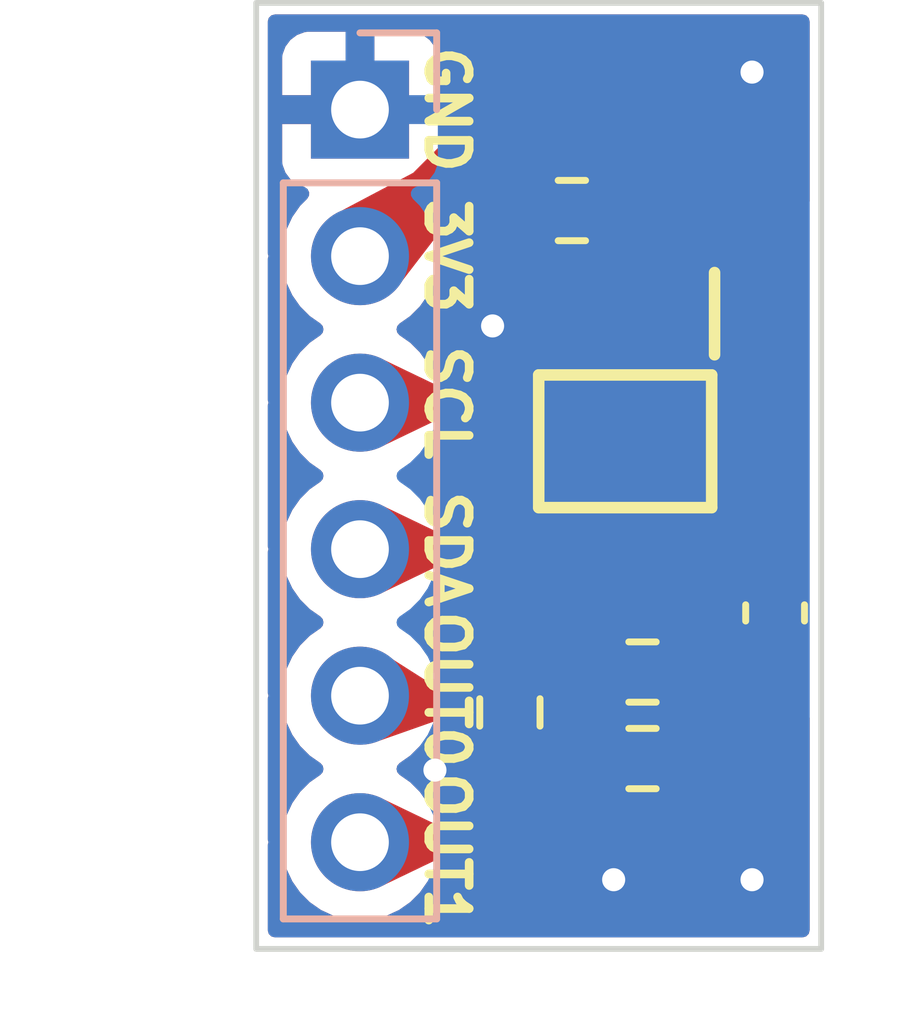
<source format=kicad_pcb>
(kicad_pcb (version 20221018) (generator pcbnew)
  (layers (0 "F.Cu" signal) (31 "B.Cu" signal) (34 "B.Paste" user) (35 "F.Paste" user) (36 "B.SilkS" user "B.Silkscreen") (37 "F.SilkS" user "F.Silkscreen") (38 "B.Mask" user) (39 "F.Mask" user) (44 "Edge.Cuts" user))
  (net 0 "")
  (net 1 "SDA")
  (net 2 "SCL")
  (net 3 "Net-(IC1-FS1)")
  (net 4 "GND")
  (net 5 "Net-(IC1-FS0)")
  (net 6 "OUT0")
  (net 7 "OUT1")
  (net 8 "+3V3")
  (footprint "Resistor_SMD:R_0603_1608Metric" (layer "F.Cu") (at 83.175 55.4 180)
    (fp_text reference "R1" hide)
    (fp_text value "43.2k")
    (fp_line (start -0.237258 -0.5225) (end 0.237258 -0.5225) (stroke (width 0.12)) (layer "F.SilkS"))
    (fp_line (start -0.237258 0.5225) (end 0.237258 0.5225) (stroke (width 0.12)) (layer "F.SilkS"))
    (pad "1" smd roundrect (at -0.825 0 180) (size 0.8 0.95) (layers "F.Cu" "F.Paste" "F.Mask") (net 3 "Net-(IC1-FS1)"))
    (pad "2" smd roundrect (at 0.825 0 180) (size 0.8 0.95) (layers "F.Cu" "F.Paste" "F.Mask") (net 4 "GND"))
  )
  (footprint "Capacitor_SMD:C_0603_1608Metric" (layer "F.Cu") (at 86.7 62.375 90)
    (fp_text reference "C1" hide)
    (fp_text value "100n")
    (fp_line (start -0.14058 -0.51) (end 0.14058 -0.51) (stroke (width 0.12)) (layer "F.SilkS"))
    (fp_line (start -0.14058 0.51) (end 0.14058 0.51) (stroke (width 0.12)) (layer "F.SilkS"))
    (pad "1" smd roundrect (at -0.775 0 90) (size 0.9 0.95) (layers "F.Cu" "F.Paste" "F.Mask") (net 4 "GND"))
    (pad "2" smd roundrect (at 0.775 0 90) (size 0.9 0.95) (layers "F.Cu" "F.Paste" "F.Mask") (net 8 "+3V3"))
  )
  (footprint "DS4432U+T&R:SOP65P490X110-8N" (layer "F.Cu") (at 84.1 59.4 -90)
    (fp_text reference "IC1" hide)
    (fp_text value "DS4432U+T&R" hide)
    (fp_line (start -2.925 -1.55) (end -1.5 -1.55) (stroke (width 0.2)) (layer "F.SilkS"))
    (fp_line (start -1.15 -1.5) (end 1.15 -1.5) (stroke (width 0.2)) (layer "F.SilkS"))
    (fp_line (start -1.15 1.5) (end -1.15 -1.5) (stroke (width 0.2)) (layer "F.SilkS"))
    (fp_line (start 1.15 -1.5) (end 1.15 1.5) (stroke (width 0.2)) (layer "F.SilkS"))
    (fp_line (start 1.15 1.5) (end -1.15 1.5) (stroke (width 0.2)) (layer "F.SilkS"))
    (pad "1" smd rect (at -2.212 -0.975) (size 0.45 1.425) (layers "F.Cu" "F.Paste" "F.Mask") (net 1 "SDA"))
    (pad "2" smd rect (at -2.212 -0.325) (size 0.45 1.425) (layers "F.Cu" "F.Paste" "F.Mask") (net 2 "SCL"))
    (pad "3" smd rect (at -2.212 0.325) (size 0.45 1.425) (layers "F.Cu" "F.Paste" "F.Mask") (net 3 "Net-(IC1-FS1)"))
    (pad "4" smd rect (at -2.212 0.975) (size 0.45 1.425) (layers "F.Cu" "F.Paste" "F.Mask") (net 4 "GND"))
    (pad "5" smd rect (at 2.212 0.975) (size 0.45 1.425) (layers "F.Cu" "F.Paste" "F.Mask") (net 5 "Net-(IC1-FS0)"))
    (pad "6" smd rect (at 2.212 0.325) (size 0.45 1.425) (layers "F.Cu" "F.Paste" "F.Mask") (net 6 "OUT0"))
    (pad "7" smd rect (at 2.212 -0.325) (size 0.45 1.425) (layers "F.Cu" "F.Paste" "F.Mask") (net 7 "OUT1"))
    (pad "8" smd rect (at 2.212 -0.975) (size 0.45 1.425) (layers "F.Cu" "F.Paste" "F.Mask") (net 8 "+3V3"))
  )
  (footprint "Resistor_SMD:R_0603_1608Metric" (layer "F.Cu") (at 84.4 64.9)
    (fp_text reference "R4" hide)
    (fp_text value "18k")
    (fp_line (start -0.237258 -0.5225) (end 0.237258 -0.5225) (stroke (width 0.12)) (layer "F.SilkS"))
    (fp_line (start -0.237258 0.5225) (end 0.237258 0.5225) (stroke (width 0.12)) (layer "F.SilkS"))
    (pad "1" smd roundrect (at -0.825 0) (size 0.8 0.95) (layers "F.Cu" "F.Paste" "F.Mask") (net 7 "OUT1"))
    (pad "2" smd roundrect (at 0.825 0) (size 0.8 0.95) (layers "F.Cu" "F.Paste" "F.Mask") (net 4 "GND"))
  )
  (footprint "Resistor_SMD:R_0603_1608Metric" (layer "F.Cu") (at 84.4 63.4)
    (fp_text reference "R3" hide)
    (fp_text value "18k")
    (fp_line (start -0.237258 -0.5225) (end 0.237258 -0.5225) (stroke (width 0.12)) (layer "F.SilkS"))
    (fp_line (start -0.237258 0.5225) (end 0.237258 0.5225) (stroke (width 0.12)) (layer "F.SilkS"))
    (pad "1" smd roundrect (at -0.825 0) (size 0.8 0.95) (layers "F.Cu" "F.Paste" "F.Mask") (net 6 "OUT0"))
    (pad "2" smd roundrect (at 0.825 0) (size 0.8 0.95) (layers "F.Cu" "F.Paste" "F.Mask") (net 4 "GND"))
  )
  (footprint "Resistor_SMD:R_0603_1608Metric" (layer "F.Cu") (at 82.1 64.1 -90)
    (fp_text reference "R2" hide)
    (fp_text value "43.2k")
    (fp_line (start -0.237258 -0.5225) (end 0.237258 -0.5225) (stroke (width 0.12)) (layer "F.SilkS"))
    (fp_line (start -0.237258 0.5225) (end 0.237258 0.5225) (stroke (width 0.12)) (layer "F.SilkS"))
    (pad "1" smd roundrect (at -0.825 0 270) (size 0.8 0.95) (layers "F.Cu" "F.Paste" "F.Mask") (net 5 "Net-(IC1-FS0)"))
    (pad "2" smd roundrect (at 0.825 0 270) (size 0.8 0.95) (layers "F.Cu" "F.Paste" "F.Mask") (net 4 "GND"))
  )
  (footprint "Connector_PinHeader_2.54mm:PinHeader_1x06_P2.54mm_Vertical" (layer "B.Cu") (at 79.5 53.65 180)
    (fp_text reference "J1" hide)
    (fp_text value "Conn_01x06_Pin")
    (fp_line (start -1.33 -14.03) (end 1.33 -14.03) (stroke (width 0.12)) (layer "B.SilkS"))
    (fp_line (start -1.33 -1.27) (end -1.33 -14.03) (stroke (width 0.12)) (layer "B.SilkS"))
    (fp_line (start -1.33 -1.27) (end 1.33 -1.27) (stroke (width 0.12)) (layer "B.SilkS"))
    (fp_line (start -1.33 0) (end -1.33 1.33) (stroke (width 0.12)) (layer "B.SilkS"))
    (fp_line (start -1.33 1.33) (end 0 1.33) (stroke (width 0.12)) (layer "B.SilkS"))
    (fp_line (start 1.33 -1.27) (end 1.33 -14.03) (stroke (width 0.12)) (layer "B.SilkS"))
    (pad "1" thru_hole rect (at 0 0 180) (size 1.7 1.7) (drill 1) (layers "*.Cu" "*.Mask") (net 4 "GND"))
    (pad "2" thru_hole oval (at 0 -2.54 180) (size 1.7 1.7) (drill 1) (layers "*.Cu" "*.Mask") (net 8 "+3V3"))
    (pad "3" thru_hole oval (at 0 -5.08 180) (size 1.7 1.7) (drill 1) (layers "*.Cu" "*.Mask") (net 2 "SCL"))
    (pad "4" thru_hole oval (at 0 -7.62 180) (size 1.7 1.7) (drill 1) (layers "*.Cu" "*.Mask") (net 1 "SDA"))
    (pad "5" thru_hole oval (at 0 -10.16 180) (size 1.7 1.7) (drill 1) (layers "*.Cu" "*.Mask") (net 6 "OUT0"))
    (pad "6" thru_hole oval (at 0 -12.7 180) (size 1.7 1.7) (drill 1) (layers "*.Cu" "*.Mask") (net 7 "OUT1"))
  )
  (gr_rect (start 77.7 51.8) (end 87.5 68.2) (stroke (width 0.1)) (fill none) (layer "Edge.Cuts"))
  (gr_text "OUT1" (at 80.6 66.5 270) (layer "F.SilkS") (effects (font (size 0.7 0.7)) (justify bottom)))
  (gr_text "SCL" (at 80.6 58.73 270) (layer "F.SilkS") (effects (font (size 0.7 0.7)) (justify bottom)))
  (gr_text "3V3" (at 80.6 56.19 270) (layer "F.SilkS") (effects (font (size 0.7 0.7)) (justify bottom)))
  (gr_text "OUT0" (at 80.6 63.7 270) (layer "F.SilkS") (effects (font (size 0.7 0.7)) (justify bottom)))
  (gr_text "SDA" (at 80.6 61.27 270) (layer "F.SilkS") (effects (font (size 0.7 0.7)) (justify bottom)))
  (gr_text "GND" (at 80.6 53.65 270) (layer "F.SilkS") (effects (font (size 0.7 0.7)) (justify bottom)))
  (segment (start 81.9555 61.27) (end 79.5 61.27) (width 0.25) (layer "F.Cu") (net 1))
  (segment (start 85.075 58.1505) (end 81.9555 61.27) (width 0.25) (layer "F.Cu") (net 1))
  (segment (start 85.075 57.188) (end 85.075 58.1505) (width 0.25) (layer "F.Cu") (net 1))
  (segment (start 79.5 58.73) (end 83.8205 58.73) (width 0.25) (layer "F.Cu") (net 2))
  (segment (start 83.8205 58.73) (end 84.425 58.1255) (width 0.25) (layer "F.Cu") (net 2))
  (segment (start 84.425 58.1255) (end 84.425 57.188) (width 0.25) (layer "F.Cu") (net 2))
  (segment (start 83.775 55.625) (end 83.775 57.188) (width 0.25) (layer "F.Cu") (net 3))
  (segment (start 84 55.4) (end 83.775 55.625) (width 0.25) (layer "F.Cu") (net 3))
  (segment (start 83.125 57.188) (end 82.612 57.188) (width 0.25) (layer "F.Cu") (net 4))
  (segment (start 86.7 63.15) (end 86.7 63.7) (width 0.25) (layer "F.Cu") (net 4))
  (segment (start 82.1 64.925) (end 81.675 64.925) (width 0.25) (layer "F.Cu") (net 4))
  (segment (start 82.35 55.4) (end 82.35 56.05) (width 0.25) (layer "F.Cu") (net 4))
  (segment (start 85.225 63.4) (end 85.225 63.925) (width 0.25) (layer "F.Cu") (net 4))
  (via (at 86.3 53) (size 0.8) (drill 0.4) (layers "F.Cu" "B.Cu") (net 4))
  (via (at 80.8 65.1) (size 0.8) (drill 0.4) (layers "F.Cu" "B.Cu") (net 4))
  (via (at 86.3 67) (size 0.8) (drill 0.4) (layers "F.Cu" "B.Cu") (net 4))
  (via (at 83.9 67) (size 0.8) (drill 0.4) (layers "F.Cu" "B.Cu") (net 4))
  (via (at 81.8 57.4) (size 0.8) (drill 0.4) (layers "F.Cu" "B.Cu") (net 4))
  (segment (start 83.125 62.25) (end 82.1 63.275) (width 0.25) (layer "F.Cu") (net 5))
  (segment (start 83.125 61.612) (end 83.125 62.25) (width 0.25) (layer "F.Cu") (net 5))
  (segment (start 79.69 64) (end 79.5 63.81) (width 0.25) (layer "F.Cu") (net 6))
  (segment (start 83.575 63.4) (end 82.975 64) (width 0.25) (layer "F.Cu") (net 6))
  (segment (start 82.975 64) (end 79.69 64) (width 0.25) (layer "F.Cu") (net 6))
  (segment (start 83.775 61.612) (end 83.775 63.2) (width 0.25) (layer "F.Cu") (net 6))
  (segment (start 83.775 63.2) (end 83.575 63.4) (width 0.25) (layer "F.Cu") (net 6))
  (segment (start 84.425 61.612) (end 84.425 64.05) (width 0.25) (layer "F.Cu") (net 7))
  (segment (start 82.125 66.35) (end 79.5 66.35) (width 0.25) (layer "F.Cu") (net 7))
  (segment (start 84.425 64.05) (end 83.575 64.9) (width 0.25) (layer "F.Cu") (net 7))
  (segment (start 83.575 64.9) (end 82.125 66.35) (width 0.25) (layer "F.Cu") (net 7))
  (segment (start 79.685 56.19) (end 81.65 54.225) (width 1) (layer "F.Cu") (net 8))
  (segment (start 86.7 61.6) (end 85.35 61.6) (width 1) (layer "F.Cu") (net 8))
  (segment (start 81.65 54.225) (end 84.572792 54.225) (width 1) (layer "F.Cu") (net 8))
  (segment (start 85.35 61.6) (end 85.35 61.612) (width 1) (layer "F.Cu") (net 8))
  (segment (start 79.5 56.19) (end 79.685 56.19) (width 1) (layer "F.Cu") (net 8))
  (segment (start 86.7 56.352208) (end 86.7 61.6) (width 1) (layer "F.Cu") (net 8))
  (segment (start 84.572792 54.225) (end 86.7 56.352208) (width 1) (layer "F.Cu") (net 8))
  (zone (net 4) (net_name "GND") (layers "F&B.Cu") (connect_pads (clearance 0.5)) (min_thickness 0.25) (fill yes (thermal_gap 0.5) (thermal_bridge_width 0.5))
    (polygon (pts (xy 77.9 52) (xy 77.9 68) (xy 87.3 68) (xy 87.3 52)))
  )
)
</source>
